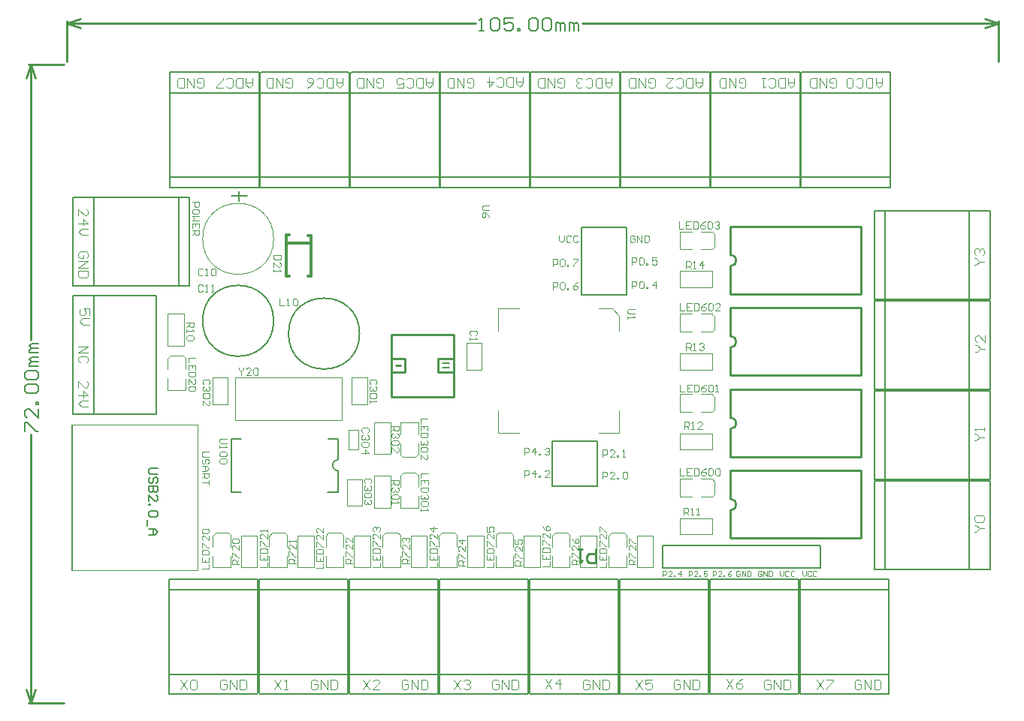
<source format=gto>
%FSLAX25Y25*%
%MOIN*%
G70*
G01*
G75*
G04 Layer_Color=65535*
%ADD10R,0.33465X0.42126*%
%ADD11R,0.12205X0.04331*%
%ADD12R,0.05906X0.03937*%
%ADD13R,0.05512X0.04724*%
%ADD14R,0.05906X0.05906*%
%ADD15R,0.01969X0.07874*%
%ADD16O,0.01969X0.07874*%
%ADD17R,0.04921X0.03543*%
%ADD18R,0.03543X0.02362*%
%ADD19R,0.03937X0.05906*%
%ADD20R,0.04724X0.05512*%
%ADD21R,0.01969X0.06890*%
%ADD22O,0.01969X0.06890*%
%ADD23O,0.06890X0.01969*%
%ADD24C,0.03937*%
%ADD25C,0.01000*%
%ADD26C,0.02362*%
%ADD27C,0.03150*%
%ADD28C,0.01969*%
%ADD29C,0.01575*%
%ADD30C,0.17716*%
%ADD31R,0.08268X0.08268*%
%ADD32C,0.08268*%
%ADD33R,0.08268X0.08268*%
%ADD34R,0.06102X0.06102*%
%ADD35C,0.06102*%
%ADD36R,0.06102X0.06102*%
%ADD37C,0.05906*%
%ADD38C,0.04724*%
%ADD39R,0.04724X0.04724*%
G04:AMPARAMS|DCode=40|XSize=98.43mil|YSize=118.11mil|CornerRadius=24.61mil|HoleSize=0mil|Usage=FLASHONLY|Rotation=90.000|XOffset=0mil|YOffset=0mil|HoleType=Round|Shape=RoundedRectangle|*
%AMROUNDEDRECTD40*
21,1,0.09843,0.06890,0,0,90.0*
21,1,0.04921,0.11811,0,0,90.0*
1,1,0.04921,0.03445,0.02461*
1,1,0.04921,0.03445,-0.02461*
1,1,0.04921,-0.03445,-0.02461*
1,1,0.04921,-0.03445,0.02461*
%
%ADD40ROUNDEDRECTD40*%
%ADD41R,0.11811X0.09843*%
%ADD42C,0.11811*%
%ADD43C,0.04724*%
%ADD44R,0.04724X0.04724*%
%ADD45C,0.06200*%
%ADD46R,0.05906X0.05906*%
%ADD47C,0.01969*%
%ADD48R,0.02362X0.05906*%
%ADD49R,0.04724X0.03937*%
%ADD50R,0.04724X0.03543*%
%ADD51R,0.05118X0.03543*%
%ADD52R,0.03543X0.04921*%
%ADD53C,0.00787*%
%ADD54C,0.00394*%
%ADD55C,0.01200*%
%ADD56C,0.00591*%
%ADD57C,0.00500*%
%ADD58C,0.00400*%
%ADD59C,0.00600*%
%ADD60C,0.00236*%
D25*
X487500Y260500D02*
G03*
X487500Y265500I0J2500D01*
G01*
Y369000D02*
G03*
X487500Y374000I0J2500D01*
G01*
Y296667D02*
G03*
X487500Y301667I0J2500D01*
G01*
Y332833D02*
G03*
X487500Y337833I0J2500D01*
G01*
X606386Y459858D02*
Y477969D01*
X193000Y459858D02*
Y477969D01*
X421686Y476968D02*
X606386D01*
X193000D02*
X374500D01*
X600386Y478968D02*
X606386Y476968D01*
X600386Y474968D02*
X606386Y476968D01*
X193000D02*
X199000Y474968D01*
X193000Y476968D02*
X199000Y478968D01*
X175858Y175000D02*
X191606D01*
X175858Y458465D02*
X191606D01*
X176858Y175000D02*
Y294039D01*
Y336226D02*
Y458465D01*
Y175000D02*
X178858Y181000D01*
X174858D02*
X176858Y175000D01*
X174858Y452465D02*
X176858Y458465D01*
X178858Y452465D01*
X357669Y321827D02*
X364559D01*
X357669D02*
Y327732D01*
X364559D01*
X342905Y321827D02*
Y327732D01*
X337000Y321827D02*
X342905D01*
X337000Y327732D02*
X342905D01*
X338968Y324780D02*
X340937D01*
X337000Y311000D02*
X364559D01*
Y338559D01*
X337000Y311000D02*
Y338559D01*
Y338559D02*
X364559Y338559D01*
X487500Y258256D02*
Y260500D01*
Y265500D02*
Y267744D01*
Y267370D02*
Y278098D01*
Y248177D02*
Y251740D01*
Y258807D01*
Y248177D02*
X545374D01*
X487500Y278098D02*
X545374Y278098D01*
Y248177D02*
Y277980D01*
X487500Y366756D02*
Y369000D01*
Y374000D02*
Y376244D01*
Y375870D02*
Y386598D01*
Y356677D02*
Y360240D01*
Y367307D01*
Y356677D02*
X545374D01*
X487500Y386598D02*
X545374Y386598D01*
Y356677D02*
Y386480D01*
X487500Y294422D02*
Y296667D01*
Y301667D02*
Y303911D01*
Y303537D02*
Y314265D01*
Y284344D02*
Y287907D01*
Y294974D01*
Y284344D02*
X545374D01*
X487500Y314265D02*
X545374Y314265D01*
Y284344D02*
Y314147D01*
X487500Y330589D02*
Y332833D01*
Y337833D02*
Y340077D01*
Y339703D02*
Y350432D01*
Y320510D02*
Y324073D01*
Y331140D01*
Y320510D02*
X545374D01*
X487500Y350432D02*
X545374Y350432D01*
Y320510D02*
Y350313D01*
X427736Y243071D02*
Y237072D01*
X424737D01*
X423737Y238072D01*
Y240071D01*
X424737Y241071D01*
X427736D01*
X421738Y243071D02*
X419738D01*
X420738D01*
Y237072D01*
X421738Y238072D01*
D53*
X322843Y339000D02*
G03*
X322843Y339000I-15748J0D01*
G01*
X284732Y344685D02*
G03*
X284732Y344685I-15748J0D01*
G01*
X313354Y283012D02*
G03*
X313354Y278012I0J-2500D01*
G01*
X518815Y445866D02*
X558185D01*
Y403740D02*
Y445866D01*
X518815Y403740D02*
X558185D01*
X518815D02*
Y445866D01*
Y408465D02*
X558185Y408465D01*
X205134Y360315D02*
Y399685D01*
X247260D01*
Y360315D02*
Y399685D01*
X205134Y360315D02*
X247260D01*
X242535D02*
Y399685D01*
X238315Y187634D02*
X277685D01*
X238315D02*
Y229760D01*
X277685D01*
Y187634D02*
Y229760D01*
X238315Y225035D02*
X277685D01*
X269394Y397827D02*
Y402315D01*
X265968Y400307D02*
X272858Y400307D01*
X478815Y445866D02*
X518185D01*
X518185Y403740D02*
X518185Y445866D01*
X478815Y403740D02*
X518185D01*
X478815D02*
X478815Y445866D01*
X478815Y408465D02*
X518185D01*
X278315Y187634D02*
X317685D01*
X278315D02*
Y229760D01*
X317685D01*
Y187634D02*
Y229760D01*
X278315Y225035D02*
X317685D01*
X438815Y445866D02*
X478185D01*
X478185Y403740D02*
X478185Y445866D01*
X438815Y403740D02*
X478185D01*
X438815D02*
X438815Y445866D01*
X438815Y408465D02*
X478185Y408465D01*
X318315Y187634D02*
X357685D01*
X318315D02*
Y229760D01*
X357685D01*
Y187634D02*
Y229760D01*
X318315Y225035D02*
X357685D01*
X358315Y187634D02*
X397685D01*
X358315D02*
Y229760D01*
X397685D01*
Y187634D02*
Y229760D01*
X358315Y225035D02*
X397685D01*
X398815Y445866D02*
X438185D01*
X438185Y403740D02*
X438185Y445866D01*
X398815Y403740D02*
X438185D01*
X398815D02*
Y445866D01*
Y408465D02*
X438185D01*
X398315Y187634D02*
X437685D01*
X398315D02*
Y229760D01*
X437685D01*
Y187634D02*
Y229760D01*
X398315Y225035D02*
X437685D01*
X358815Y445866D02*
X398185D01*
Y403740D02*
Y445866D01*
X358815Y403740D02*
X398185D01*
X358815D02*
Y445866D01*
Y408465D02*
X398185D01*
X438315Y187634D02*
X477685D01*
X438315D02*
Y229760D01*
X477685D01*
Y187634D02*
Y229760D01*
X438315Y225035D02*
X477685D01*
X205134Y303126D02*
X232693D01*
X205134Y355882D02*
X232693D01*
X205134Y303126D02*
Y355882D01*
X232693Y303126D02*
Y355882D01*
X318815Y445866D02*
X358185Y445866D01*
X358185Y403740D02*
X358185Y445866D01*
X318815Y403740D02*
X358185D01*
X318815D02*
Y445866D01*
Y408465D02*
X358185D01*
X478315Y187634D02*
X517685D01*
X478315D02*
Y229760D01*
X517685D01*
Y187634D02*
Y229760D01*
X478315Y225035D02*
X517685D01*
X278815Y445866D02*
X318185Y445866D01*
X318185Y403740D02*
X318185Y445866D01*
X278815Y403740D02*
X318185D01*
X278815D02*
Y445866D01*
Y408465D02*
X318185D01*
X518315Y187634D02*
X557685D01*
X518315D02*
Y229760D01*
X557685D01*
Y187634D02*
Y229760D01*
X518315Y225035D02*
X557685D01*
X238815Y445866D02*
X278185Y445866D01*
X278185Y403740D02*
X278185Y445866D01*
X238815Y403740D02*
X278185D01*
X238815D02*
Y445866D01*
Y408465D02*
X278185D01*
X313354Y283154D02*
Y292323D01*
X308890D02*
X313354D01*
X265992D02*
X270468D01*
X265992D02*
X265992Y268701D01*
X270311D01*
X308669D02*
X313354D01*
Y268776D02*
Y278012D01*
X593366Y273685D02*
X593366Y234315D01*
X551240D02*
X593366D01*
X551240D02*
Y273685D01*
X593366Y273685D01*
X555965Y234315D02*
Y273685D01*
X593366Y274315D02*
X593366Y313685D01*
X551240Y274315D02*
X593366D01*
X551240D02*
Y313685D01*
X593366D01*
X555965Y274315D02*
Y313685D01*
X593366Y314315D02*
X593366Y353685D01*
X551240Y314315D02*
X593366D01*
X551240D02*
Y353685D01*
X593366D01*
X555965Y314315D02*
Y353685D01*
X593366Y354315D02*
Y393685D01*
X551240Y354315D02*
X593366Y354315D01*
X551240Y354315D02*
Y393685D01*
X593366Y393685D01*
X555965Y354315D02*
X555965Y393685D01*
X238315Y178976D02*
Y187634D01*
Y178976D02*
X277252D01*
X277685Y179409D02*
Y187634D01*
X277252Y178976D02*
X277685Y179409D01*
X278315Y179488D02*
Y187634D01*
Y179488D02*
X278827Y178976D01*
X317409D01*
X317685Y179252D02*
Y187634D01*
X317409Y178976D02*
X317685Y179252D01*
X318315D02*
Y187634D01*
Y179252D02*
X318590Y178976D01*
X357685D01*
Y179095D02*
Y187634D01*
X358315Y178976D02*
Y187634D01*
Y178976D02*
X397331D01*
X397685Y179331D02*
Y187634D01*
X397331Y178976D02*
X397685Y179331D01*
X398315Y179173D02*
Y187634D01*
Y179173D02*
X398512Y178976D01*
X437685D01*
Y179173D02*
Y187634D01*
X438315Y178937D02*
Y187634D01*
Y178937D02*
X477685D01*
Y179370D02*
Y187634D01*
X478315Y178937D02*
Y187634D01*
Y178937D02*
X517410D01*
X517685Y179213D02*
Y187634D01*
X517410Y178937D02*
X517685Y179213D01*
X518315D02*
Y187634D01*
Y179213D02*
X518590Y178937D01*
X557567D01*
X557685Y179055D02*
Y187634D01*
X557567Y178937D02*
X557685Y179055D01*
X593366Y234315D02*
X602583D01*
Y273425D01*
X593366Y273685D02*
X602323D01*
X602583Y273425D01*
X593366Y274315D02*
X602291D01*
X602583Y274606D01*
Y313189D01*
X593366Y313685D02*
X602480D01*
X602583Y313583D01*
Y313189D02*
Y313583D01*
X593366Y314315D02*
X602528D01*
X602583Y314370D01*
Y353630D01*
X593366Y353685D02*
X602528D01*
X602583Y353630D01*
X593366Y354315D02*
X602370D01*
X602583Y354528D01*
Y393504D01*
X593366Y393685D02*
X602402D01*
X602583Y393504D01*
X238815Y445079D02*
Y455067D01*
X278185D01*
Y445866D02*
Y454921D01*
X278039Y455067D02*
X278185Y454921D01*
X278815Y445866D02*
Y454661D01*
X279221Y455067D01*
X317803D01*
X318185Y445866D02*
Y454685D01*
X317803Y455067D02*
X318185Y454685D01*
X318815Y445866D02*
Y454504D01*
X319378Y455067D01*
X358185D01*
Y445866D02*
Y455067D01*
X358815Y445866D02*
Y455067D01*
X398118D01*
X398185Y445866D02*
Y455000D01*
X398118Y455067D02*
X398185Y455000D01*
X398815Y445866D02*
Y455067D01*
X437882D01*
X438185Y445866D02*
Y454764D01*
X437882Y455067D02*
X438185Y454764D01*
X438815Y445866D02*
Y454819D01*
X439063Y455067D01*
X478039D01*
X478185Y445866D02*
Y454921D01*
X478039Y455067D02*
X478185Y454921D01*
X478815Y445866D02*
Y455067D01*
X518197D01*
X518185Y445866D02*
Y455055D01*
X518197Y455067D01*
X518815Y445866D02*
Y454898D01*
X518984Y455067D01*
X558185D01*
Y445866D02*
Y455067D01*
X195535Y303126D02*
X205134D01*
X195709Y355882D02*
X205134D01*
X195535Y355709D02*
X195709Y355882D01*
X195638Y360315D02*
X205134D01*
X195535Y303126D02*
Y355882D01*
X195638Y399685D02*
X205134D01*
X195638Y360315D02*
Y399685D01*
X428386Y271220D02*
Y291220D01*
X408386D02*
X428386D01*
X408386Y271220D02*
X428386D01*
X408386D02*
Y291220D01*
X421378Y375269D02*
X421378Y356102D01*
X421378Y386102D02*
X421378Y356102D01*
X441378D02*
Y386102D01*
X421378D02*
X441378D01*
X421378Y356102D02*
X441378D01*
X457441Y234764D02*
X527441D01*
Y244764D01*
X457441D02*
X527441D01*
X457441Y234764D02*
Y244764D01*
D54*
X284748Y381091D02*
G03*
X284748Y381091I-15748J0D01*
G01*
X265575Y235063D02*
Y240260D01*
X257701Y235063D02*
Y240307D01*
Y235063D02*
X265575D01*
X257701Y244291D02*
Y249236D01*
X265575Y244280D02*
Y249429D01*
X264547Y250468D02*
X265567Y249449D01*
X258953Y250468D02*
X264547D01*
X257772Y249287D02*
X258953Y250468D01*
X277493Y235063D02*
Y249197D01*
X270249Y235063D02*
X277493D01*
X270249D02*
Y249197D01*
X277493D01*
X290671Y235063D02*
Y240260D01*
X282797Y235063D02*
Y240307D01*
Y235063D02*
X290671D01*
X282797Y244291D02*
Y249236D01*
X290671Y244280D02*
Y249429D01*
X289643Y250468D02*
X290663Y249449D01*
X284049Y250468D02*
X289643D01*
X282868Y249287D02*
X284049Y250468D01*
X302589Y235063D02*
Y249197D01*
X295345Y235063D02*
X302589D01*
X295345D02*
Y249197D01*
X302589D01*
X315767Y235063D02*
Y240260D01*
X307893Y235063D02*
Y240307D01*
Y235063D02*
X315767D01*
X307893Y244291D02*
Y249236D01*
X315767Y244280D02*
Y249429D01*
X314739Y250468D02*
X315759Y249449D01*
X309145Y250468D02*
X314739D01*
X307964Y249287D02*
X309145Y250468D01*
X327685Y235063D02*
Y249197D01*
X320441Y235063D02*
X327685D01*
X320441D02*
Y249197D01*
X327685D01*
X340863Y235063D02*
Y240260D01*
X332989Y235063D02*
Y240307D01*
Y235063D02*
X340863D01*
X332989Y244291D02*
Y249236D01*
X340863Y244280D02*
Y249429D01*
X339835Y250468D02*
X340855Y249449D01*
X334241Y250468D02*
X339835D01*
X333060Y249287D02*
X334241Y250468D01*
X352781Y235063D02*
Y249197D01*
X345537Y235063D02*
X352781D01*
X345537D02*
Y249197D01*
X352781D01*
X365959Y235063D02*
Y240260D01*
X358085Y235063D02*
Y240307D01*
Y235063D02*
X365959D01*
X358085Y244291D02*
Y249236D01*
X365959Y244280D02*
Y249429D01*
X364932Y250468D02*
X365951Y249449D01*
X359337Y250468D02*
X364932D01*
X358156Y249287D02*
X359337Y250468D01*
X377877Y235063D02*
Y249197D01*
X370633Y235063D02*
X377877D01*
X370633D02*
Y249197D01*
X377877D01*
X391055Y235063D02*
Y240260D01*
X383181Y235063D02*
Y240307D01*
Y235063D02*
X391055D01*
X383181Y244291D02*
Y249236D01*
X391055Y244280D02*
Y249429D01*
X390027Y250468D02*
X391047Y249449D01*
X384433Y250468D02*
X390027D01*
X383252Y249287D02*
X384433Y250468D01*
X402973Y235063D02*
Y249197D01*
X395729Y235063D02*
X402973D01*
X395729D02*
Y249197D01*
X402973D01*
X416151Y235063D02*
Y240260D01*
X408277Y235063D02*
Y240307D01*
Y235063D02*
X416151D01*
X408277Y244291D02*
Y249236D01*
X416151Y244280D02*
Y249429D01*
X415124Y250468D02*
X416143Y249449D01*
X409529Y250468D02*
X415124D01*
X408348Y249287D02*
X409529Y250468D01*
X428069Y235063D02*
Y249197D01*
X420825Y235063D02*
X428069D01*
X420825D02*
Y249197D01*
X428069D01*
X245677Y313819D02*
Y319016D01*
X237803Y313819D02*
Y319063D01*
Y313819D02*
X245677D01*
X237803Y323047D02*
Y327992D01*
X245677Y323035D02*
Y328185D01*
X244650Y329224D02*
X245669Y328205D01*
X239055Y329224D02*
X244650D01*
X237874Y328043D02*
X239055Y329224D01*
X441247Y235063D02*
Y240260D01*
X433373Y235063D02*
Y240307D01*
Y235063D02*
X441247D01*
X433373Y244291D02*
Y249236D01*
X441247Y244280D02*
Y249429D01*
X440220Y250468D02*
X441239Y249449D01*
X434625Y250468D02*
X440220D01*
X433444Y249287D02*
X434625Y250468D01*
X453165Y235063D02*
Y249197D01*
X445921Y235063D02*
X453165D01*
X445921D02*
Y249197D01*
X453165D01*
X237803Y347835D02*
X237803Y333701D01*
X237803Y347835D02*
X245047D01*
X245047Y333701D02*
X245047Y347835D01*
X237803Y333701D02*
X245047D01*
X348843Y261693D02*
Y266890D01*
X340968Y261693D02*
Y266937D01*
Y261693D02*
X348843D01*
X340968Y270921D02*
Y275866D01*
X348843Y270909D02*
Y276059D01*
X347815Y277098D02*
X348835Y276079D01*
X342220Y277098D02*
X347815D01*
X341039Y275917D02*
X342220Y277098D01*
X329283Y275756D02*
X329283Y261622D01*
X329283Y275756D02*
X336528D01*
X336528Y261622D02*
X336528Y275756D01*
X329283Y261622D02*
X336528D01*
X340968Y294323D02*
Y299520D01*
X348843Y294276D02*
Y299520D01*
X340968D02*
X348843D01*
Y285347D02*
Y290291D01*
X340968Y285154D02*
Y290303D01*
X340976Y285134D02*
X341996Y284114D01*
X347591D01*
X348772Y285295D01*
X336528Y299590D02*
X336528Y285457D01*
X329283D02*
X336528D01*
X329283D02*
X329283Y299590D01*
X336528D01*
X317252Y262441D02*
Y274291D01*
X323984Y262441D02*
Y274291D01*
X317252Y262441D02*
X323984D01*
X317252Y274291D02*
X323984D01*
X317961Y296102D02*
X322410D01*
Y287402D02*
Y296102D01*
X317961Y287402D02*
X322410D01*
X317961D02*
Y296102D01*
X267646Y300590D02*
X314890D01*
X267646D02*
Y319488D01*
X314890D01*
Y300590D02*
Y319488D01*
X326228Y307598D02*
Y319449D01*
X319496Y319449D02*
X319496Y307598D01*
X319496Y319449D02*
X326228Y319449D01*
X319496Y307598D02*
X326228D01*
X465055Y266584D02*
X470252D01*
X465055Y274458D02*
X470299D01*
X465055Y266584D02*
Y274458D01*
X474284D02*
X479228D01*
X474272Y266584D02*
X479421D01*
X479441Y266592D02*
X480461Y267611D01*
Y273206D01*
X479280Y274387D02*
X480461Y273206D01*
X264417Y307598D02*
Y319449D01*
X257685Y319449D02*
X257685Y307598D01*
X257685Y319449D02*
X264417Y319449D01*
X257685Y307598D02*
X264417Y307598D01*
X465055Y249772D02*
X479189D01*
X465055D02*
Y257016D01*
X479189D01*
Y249772D02*
Y257016D01*
X465055Y376457D02*
X470252D01*
X465055Y384331D02*
X470299D01*
X465055Y376457D02*
Y384331D01*
X474284D02*
X479228D01*
X474272Y376457D02*
X479421D01*
X479441Y376465D02*
X480461Y377484D01*
Y383079D01*
X479280Y384260D02*
X480461Y383079D01*
X465055Y304208D02*
X470252D01*
X465055Y312082D02*
X470299D01*
X465055Y304208D02*
Y312082D01*
X474284D02*
X479228D01*
X474272Y304208D02*
X479421D01*
X479441Y304216D02*
X480461Y305236D01*
Y310830D01*
X479280Y312011D02*
X480461Y310830D01*
X465055Y339832D02*
X470252D01*
X465055Y347706D02*
X470299D01*
X465055Y339832D02*
Y347706D01*
X474284D02*
X479228D01*
X474272Y339832D02*
X479421D01*
X479441Y339840D02*
X480461Y340860D01*
Y346454D01*
X479280Y347636D02*
X480461Y346454D01*
X465055Y359645D02*
X479189D01*
X465055D02*
Y366889D01*
X479189D01*
Y359645D02*
Y366889D01*
X465055Y287396D02*
X479189D01*
X465055D02*
Y294640D01*
X479189D01*
Y287396D02*
Y294640D01*
X465055Y323020D02*
X479189D01*
X465055D02*
Y330264D01*
X479189D01*
Y323020D02*
Y330264D01*
X428968Y350248D02*
X434874Y350248D01*
X384382D02*
X393535D01*
X384382Y340307D02*
Y350248D01*
Y294933D02*
Y304874D01*
Y294933D02*
X393535D01*
X428968D02*
X438122D01*
Y304874D01*
Y340307D02*
Y347000D01*
X434874Y350248D02*
X438122Y347000D01*
X377016Y322953D02*
Y334803D01*
X370284Y322953D02*
Y334803D01*
X377016D01*
X370284Y322953D02*
X377016D01*
X269378Y323818D02*
Y323293D01*
X270427Y322244D01*
X271477Y323293D01*
Y323818D01*
X270427Y322244D02*
Y320669D01*
X274626D02*
X272527D01*
X274626Y322768D01*
Y323293D01*
X274101Y323818D01*
X273051D01*
X272527Y323293D01*
X275675D02*
X276200Y323818D01*
X277249D01*
X277774Y323293D01*
Y321194D01*
X277249Y320669D01*
X276200D01*
X275675Y321194D01*
Y323293D01*
X595757Y369488D02*
X596479D01*
X597922Y370931D01*
X596479Y372374D01*
X595757D01*
X597922Y370931D02*
X600087D01*
X596479Y373817D02*
X595757Y374539D01*
Y375982D01*
X596479Y376704D01*
X597200D01*
X597922Y375982D01*
Y375261D01*
Y375982D01*
X598643Y376704D01*
X599365D01*
X600087Y375982D01*
Y374539D01*
X599365Y373817D01*
X596151Y330906D02*
X596873D01*
X598316Y332349D01*
X596873Y333792D01*
X596151D01*
X598316Y332349D02*
X600480D01*
Y338121D02*
Y335235D01*
X597594Y338121D01*
X596873D01*
X596151Y337400D01*
Y335956D01*
X596873Y335235D01*
X595757Y291535D02*
X596479D01*
X597922Y292979D01*
X596479Y294422D01*
X595757D01*
X597922Y292979D02*
X600087D01*
Y295865D02*
Y297308D01*
Y296586D01*
X595757D01*
X596479Y295865D01*
X595757Y250984D02*
X596479D01*
X597922Y252427D01*
X596479Y253871D01*
X595757D01*
X597922Y252427D02*
X600087D01*
X596479Y255314D02*
X595757Y256035D01*
Y257478D01*
X596479Y258200D01*
X599365D01*
X600087Y257478D01*
Y256035D01*
X599365Y255314D01*
X596479D01*
X525677Y185235D02*
X528563Y180905D01*
Y185235D02*
X525677Y180905D01*
X530007Y185235D02*
X532893D01*
Y184513D01*
X530007Y181627D01*
Y180905D01*
X485520Y185628D02*
X488406Y181299D01*
Y185628D02*
X485520Y181299D01*
X492735Y185628D02*
X491292Y184907D01*
X489849Y183464D01*
Y182021D01*
X490571Y181299D01*
X492014D01*
X492735Y182021D01*
Y182742D01*
X492014Y183464D01*
X489849D01*
X445362Y185235D02*
X448248Y180905D01*
Y185235D02*
X445362Y180905D01*
X452578Y185235D02*
X449691D01*
Y183070D01*
X451135Y183792D01*
X451856D01*
X452578Y183070D01*
Y181627D01*
X451856Y180905D01*
X450413D01*
X449691Y181627D01*
X405205Y185628D02*
X408091Y181299D01*
Y185628D02*
X405205Y181299D01*
X411699D02*
Y185628D01*
X409534Y183464D01*
X412420D01*
X364653Y185235D02*
X367540Y180905D01*
Y185235D02*
X364653Y180905D01*
X368983Y184513D02*
X369704Y185235D01*
X371147D01*
X371869Y184513D01*
Y183792D01*
X371147Y183070D01*
X370426D01*
X371147D01*
X371869Y182349D01*
Y181627D01*
X371147Y180905D01*
X369704D01*
X368983Y181627D01*
X324496Y185235D02*
X327382Y180905D01*
Y185235D02*
X324496Y180905D01*
X331712D02*
X328825D01*
X331712Y183792D01*
Y184513D01*
X330990Y185235D01*
X329547D01*
X328825Y184513D01*
X285126Y185235D02*
X288012Y180905D01*
Y185235D02*
X285126Y180905D01*
X289455D02*
X290898D01*
X290177D01*
Y185235D01*
X289455Y184513D01*
X243394Y185235D02*
X246280Y180905D01*
Y185235D02*
X243394Y180905D01*
X247723Y184513D02*
X248445Y185235D01*
X249888D01*
X250609Y184513D01*
Y181627D01*
X249888Y180905D01*
X248445D01*
X247723Y181627D01*
Y184513D01*
X255991Y286417D02*
X253367D01*
X252842Y285893D01*
Y284843D01*
X253367Y284318D01*
X255991D01*
X255466Y281170D02*
X255991Y281694D01*
Y282744D01*
X255466Y283269D01*
X254942D01*
X254417Y282744D01*
Y281694D01*
X253892Y281170D01*
X253367D01*
X252842Y281694D01*
Y282744D01*
X253367Y283269D01*
X252842Y280120D02*
X254942D01*
X255991Y279071D01*
X254942Y278021D01*
X252842D01*
X254417D01*
Y280120D01*
X252842Y276972D02*
X255991D01*
Y275397D01*
X255466Y274872D01*
X254417D01*
X253892Y275397D01*
Y276972D01*
Y275922D02*
X252842Y274872D01*
X255991Y273823D02*
Y271724D01*
Y272773D01*
X252842D01*
X263865Y292323D02*
X261241D01*
X260717Y291798D01*
Y290749D01*
X261241Y290224D01*
X263865D01*
X260717Y289174D02*
Y288125D01*
Y288650D01*
X263865D01*
X263340Y289174D01*
Y286550D02*
X263865Y286026D01*
Y284976D01*
X263340Y284451D01*
X261241D01*
X260717Y284976D01*
Y286026D01*
X261241Y286550D01*
X263340D01*
Y283402D02*
X263865Y282877D01*
Y281827D01*
X263340Y281303D01*
X261241D01*
X260717Y281827D01*
Y282877D01*
X261241Y283402D01*
X263340D01*
X380401Y395866D02*
X377777D01*
X377252Y395341D01*
Y394292D01*
X377777Y393767D01*
X380401D01*
Y390618D02*
X379876Y391668D01*
X378826Y392718D01*
X377777D01*
X377252Y392193D01*
Y391143D01*
X377777Y390618D01*
X378302D01*
X378826Y391143D01*
Y392718D01*
X444899Y349850D02*
X442275D01*
X441750Y349325D01*
Y348276D01*
X442275Y347751D01*
X444899D01*
X441750Y346701D02*
Y345652D01*
Y346177D01*
X444899D01*
X444374Y346701D01*
X445362Y236417D02*
X442214D01*
Y237992D01*
X442738Y238516D01*
X443788D01*
X444313Y237992D01*
Y236417D01*
Y237467D02*
X445362Y238516D01*
X442214Y239566D02*
Y241665D01*
X442738D01*
X444837Y239566D01*
X445362D01*
Y244814D02*
Y242715D01*
X443263Y244814D01*
X442738D01*
X442214Y244289D01*
Y243239D01*
X442738Y242715D01*
X442214Y245863D02*
Y247962D01*
X442738D01*
X444837Y245863D01*
X445362D01*
X420165Y236417D02*
X417017D01*
Y237992D01*
X417542Y238516D01*
X418591D01*
X419116Y237992D01*
Y236417D01*
Y237467D02*
X420165Y238516D01*
X417017Y239566D02*
Y241665D01*
X417542D01*
X419641Y239566D01*
X420165D01*
Y244814D02*
Y242715D01*
X418066Y244814D01*
X417542D01*
X417017Y244289D01*
Y243239D01*
X417542Y242715D01*
X417017Y247962D02*
X417542Y246913D01*
X418591Y245863D01*
X419641D01*
X420165Y246388D01*
Y247437D01*
X419641Y247962D01*
X419116D01*
X418591Y247437D01*
Y245863D01*
X394969Y236024D02*
X391820D01*
Y237598D01*
X392345Y238123D01*
X393394D01*
X393919Y237598D01*
Y236024D01*
Y237073D02*
X394969Y238123D01*
X391820Y239172D02*
Y241271D01*
X392345D01*
X394444Y239172D01*
X394969D01*
Y244420D02*
Y242321D01*
X392869Y244420D01*
X392345D01*
X391820Y243895D01*
Y242846D01*
X392345Y242321D01*
X391820Y247568D02*
Y245469D01*
X393394D01*
X392869Y246519D01*
Y247044D01*
X393394Y247568D01*
X394444D01*
X394969Y247044D01*
Y245994D01*
X394444Y245469D01*
X369772Y236024D02*
X366623D01*
Y237598D01*
X367148Y238123D01*
X368197D01*
X368722Y237598D01*
Y236024D01*
Y237073D02*
X369772Y238123D01*
X366623Y239172D02*
Y241271D01*
X367148D01*
X369247Y239172D01*
X369772D01*
Y244420D02*
Y242321D01*
X367673Y244420D01*
X367148D01*
X366623Y243895D01*
Y242846D01*
X367148Y242321D01*
X369772Y247044D02*
X366623D01*
X368197Y245469D01*
Y247568D01*
X344969Y236811D02*
X341820D01*
Y238385D01*
X342345Y238910D01*
X343394D01*
X343919Y238385D01*
Y236811D01*
Y237861D02*
X344969Y238910D01*
X341820Y239960D02*
Y242059D01*
X342345D01*
X344444Y239960D01*
X344969D01*
Y245207D02*
Y243108D01*
X342869Y245207D01*
X342345D01*
X341820Y244683D01*
Y243633D01*
X342345Y243108D01*
Y246257D02*
X341820Y246782D01*
Y247831D01*
X342345Y248356D01*
X342869D01*
X343394Y247831D01*
Y247306D01*
Y247831D01*
X343919Y248356D01*
X344444D01*
X344969Y247831D01*
Y246782D01*
X344444Y246257D01*
X319772Y236811D02*
X316623D01*
Y238385D01*
X317148Y238910D01*
X318197D01*
X318722Y238385D01*
Y236811D01*
Y237861D02*
X319772Y238910D01*
X316623Y239960D02*
Y242059D01*
X317148D01*
X319247Y239960D01*
X319772D01*
Y245207D02*
Y243108D01*
X317673Y245207D01*
X317148D01*
X316623Y244683D01*
Y243633D01*
X317148Y243108D01*
X319772Y248356D02*
Y246257D01*
X317673Y248356D01*
X317148D01*
X316623Y247831D01*
Y246782D01*
X317148Y246257D01*
X294575Y236811D02*
X291426D01*
Y238385D01*
X291951Y238910D01*
X293001D01*
X293525Y238385D01*
Y236811D01*
Y237861D02*
X294575Y238910D01*
X291426Y239960D02*
Y242059D01*
X291951D01*
X294050Y239960D01*
X294575D01*
Y245207D02*
Y243108D01*
X292476Y245207D01*
X291951D01*
X291426Y244683D01*
Y243633D01*
X291951Y243108D01*
X294575Y246257D02*
Y247306D01*
Y246782D01*
X291426D01*
X291951Y246257D01*
X269378Y236417D02*
X266229D01*
Y237992D01*
X266754Y238516D01*
X267804D01*
X268328Y237992D01*
Y236417D01*
Y237467D02*
X269378Y238516D01*
X266229Y239566D02*
Y241665D01*
X266754D01*
X268853Y239566D01*
X269378D01*
Y244814D02*
Y242715D01*
X267279Y244814D01*
X266754D01*
X266229Y244289D01*
Y243239D01*
X266754Y242715D01*
Y245863D02*
X266229Y246388D01*
Y247437D01*
X266754Y247962D01*
X268853D01*
X269378Y247437D01*
Y246388D01*
X268853Y245863D01*
X266754D01*
X337094Y297835D02*
X340243D01*
Y296260D01*
X339718Y295736D01*
X338669D01*
X338144Y296260D01*
Y297835D01*
Y296785D02*
X337094Y295736D01*
X339718Y294686D02*
X340243Y294161D01*
Y293112D01*
X339718Y292587D01*
X339194D01*
X338669Y293112D01*
Y293636D01*
Y293112D01*
X338144Y292587D01*
X337619D01*
X337094Y293112D01*
Y294161D01*
X337619Y294686D01*
X339718Y291537D02*
X340243Y291013D01*
Y289963D01*
X339718Y289438D01*
X337619D01*
X337094Y289963D01*
Y291013D01*
X337619Y291537D01*
X339718D01*
X337094Y286290D02*
Y288389D01*
X339194Y286290D01*
X339718D01*
X340243Y286815D01*
Y287864D01*
X339718Y288389D01*
X337094Y273819D02*
X340243D01*
Y272245D01*
X339718Y271720D01*
X338669D01*
X338144Y272245D01*
Y273819D01*
Y272769D02*
X337094Y271720D01*
X339718Y270670D02*
X340243Y270146D01*
Y269096D01*
X339718Y268571D01*
X339194D01*
X338669Y269096D01*
Y269621D01*
Y269096D01*
X338144Y268571D01*
X337619D01*
X337094Y269096D01*
Y270146D01*
X337619Y270670D01*
X339718Y267522D02*
X340243Y266997D01*
Y265947D01*
X339718Y265423D01*
X337619D01*
X337094Y265947D01*
Y266997D01*
X337619Y267522D01*
X339718D01*
X337094Y264373D02*
Y263324D01*
Y263848D01*
X340243D01*
X339718Y264373D01*
X467803Y367913D02*
Y371062D01*
X469378D01*
X469902Y370537D01*
Y369488D01*
X469378Y368963D01*
X467803D01*
X468853D02*
X469902Y367913D01*
X470952D02*
X472001D01*
X471477D01*
Y371062D01*
X470952Y370537D01*
X475150Y367913D02*
Y371062D01*
X473576Y369488D01*
X475675D01*
X467803Y331693D02*
Y334841D01*
X469378D01*
X469902Y334317D01*
Y333267D01*
X469378Y332742D01*
X467803D01*
X468853D02*
X469902Y331693D01*
X470952D02*
X472001D01*
X471477D01*
Y334841D01*
X470952Y334317D01*
X473576D02*
X474100Y334841D01*
X475150D01*
X475675Y334317D01*
Y333792D01*
X475150Y333267D01*
X474625D01*
X475150D01*
X475675Y332742D01*
Y332218D01*
X475150Y331693D01*
X474100D01*
X473576Y332218D01*
X467016Y296654D02*
Y299802D01*
X468590D01*
X469115Y299277D01*
Y298228D01*
X468590Y297703D01*
X467016D01*
X468065D02*
X469115Y296654D01*
X470164D02*
X471214D01*
X470689D01*
Y299802D01*
X470164Y299277D01*
X474887Y296654D02*
X472788D01*
X474887Y298753D01*
Y299277D01*
X474363Y299802D01*
X473313D01*
X472788Y299277D01*
X466705Y258394D02*
Y261542D01*
X468279D01*
X468804Y261017D01*
Y259968D01*
X468279Y259443D01*
X466705D01*
X467754D02*
X468804Y258394D01*
X469853D02*
X470903D01*
X470378D01*
Y261542D01*
X469853Y261017D01*
X472477Y258394D02*
X473527D01*
X473002D01*
Y261542D01*
X472477Y261017D01*
X246150Y343898D02*
X249298D01*
Y342323D01*
X248773Y341799D01*
X247724D01*
X247199Y342323D01*
Y343898D01*
Y342848D02*
X246150Y341799D01*
Y340749D02*
Y339700D01*
Y340224D01*
X249298D01*
X248773Y340749D01*
Y338125D02*
X249298Y337600D01*
Y336551D01*
X248773Y336026D01*
X246674D01*
X246150Y336551D01*
Y337600D01*
X246674Y338125D01*
X248773D01*
X248512Y397441D02*
X251660D01*
Y395867D01*
X251136Y395342D01*
X250086D01*
X249561Y395867D01*
Y397441D01*
X251660Y392718D02*
Y393768D01*
X251136Y394292D01*
X249037D01*
X248512Y393768D01*
Y392718D01*
X249037Y392193D01*
X251136D01*
X251660Y392718D01*
Y391144D02*
X248512D01*
X249561Y390094D01*
X248512Y389045D01*
X251660D01*
Y385896D02*
Y387995D01*
X248512D01*
Y385896D01*
X250086Y387995D02*
Y386946D01*
X248512Y384847D02*
X251660D01*
Y383272D01*
X251136Y382748D01*
X250086D01*
X249561Y383272D01*
Y384847D01*
Y383797D02*
X248512Y382748D01*
X429221Y235236D02*
X432370D01*
Y237335D01*
X429221Y240484D02*
Y238385D01*
X432370D01*
Y240484D01*
X430796Y238385D02*
Y239434D01*
X429221Y241533D02*
X432370D01*
Y243108D01*
X431845Y243633D01*
X429746D01*
X429221Y243108D01*
Y241533D01*
Y244682D02*
Y246781D01*
X429746D01*
X431845Y244682D01*
X432370D01*
Y249930D02*
Y247831D01*
X430271Y249930D01*
X429746D01*
X429221Y249405D01*
Y248355D01*
X429746Y247831D01*
X429221Y250979D02*
Y253078D01*
X429746D01*
X431845Y250979D01*
X432370D01*
X404025Y235630D02*
X407173D01*
Y237729D01*
X404025Y240878D02*
Y238778D01*
X407173D01*
Y240878D01*
X405599Y238778D02*
Y239828D01*
X404025Y241927D02*
X407173D01*
Y243501D01*
X406648Y244026D01*
X404549D01*
X404025Y243501D01*
Y241927D01*
Y245076D02*
Y247175D01*
X404549D01*
X406648Y245076D01*
X407173D01*
Y250323D02*
Y248224D01*
X405074Y250323D01*
X404549D01*
X404025Y249799D01*
Y248749D01*
X404549Y248224D01*
X404025Y253472D02*
X404549Y252422D01*
X405599Y251373D01*
X406648D01*
X407173Y251898D01*
Y252947D01*
X406648Y253472D01*
X406124D01*
X405599Y252947D01*
Y251373D01*
X379222Y235236D02*
X382370D01*
Y237335D01*
X379222Y240484D02*
Y238385D01*
X382370D01*
Y240484D01*
X380796Y238385D02*
Y239434D01*
X379222Y241533D02*
X382370D01*
Y243108D01*
X381845Y243633D01*
X379746D01*
X379222Y243108D01*
Y241533D01*
Y244682D02*
Y246781D01*
X379746D01*
X381845Y244682D01*
X382370D01*
Y249930D02*
Y247831D01*
X380271Y249930D01*
X379746D01*
X379222Y249405D01*
Y248355D01*
X379746Y247831D01*
X379222Y253078D02*
Y250979D01*
X380796D01*
X380271Y252029D01*
Y252554D01*
X380796Y253078D01*
X381845D01*
X382370Y252554D01*
Y251504D01*
X381845Y250979D01*
X354025Y235236D02*
X357173D01*
Y237335D01*
X354025Y240484D02*
Y238385D01*
X357173D01*
Y240484D01*
X355599Y238385D02*
Y239434D01*
X354025Y241533D02*
X357173D01*
Y243108D01*
X356648Y243633D01*
X354549D01*
X354025Y243108D01*
Y241533D01*
Y244682D02*
Y246781D01*
X354549D01*
X356648Y244682D01*
X357173D01*
Y249930D02*
Y247831D01*
X355074Y249930D01*
X354549D01*
X354025Y249405D01*
Y248355D01*
X354549Y247831D01*
X357173Y252554D02*
X354025D01*
X355599Y250979D01*
Y253078D01*
X328828Y235236D02*
X331976D01*
Y237335D01*
X328828Y240484D02*
Y238385D01*
X331976D01*
Y240484D01*
X330402Y238385D02*
Y239434D01*
X328828Y241533D02*
X331976D01*
Y243108D01*
X331452Y243633D01*
X329353D01*
X328828Y243108D01*
Y241533D01*
Y244682D02*
Y246781D01*
X329353D01*
X331452Y244682D01*
X331976D01*
Y249930D02*
Y247831D01*
X329877Y249930D01*
X329353D01*
X328828Y249405D01*
Y248355D01*
X329353Y247831D01*
Y250979D02*
X328828Y251504D01*
Y252554D01*
X329353Y253078D01*
X329877D01*
X330402Y252554D01*
Y252029D01*
Y252554D01*
X330927Y253078D01*
X331452D01*
X331976Y252554D01*
Y251504D01*
X331452Y250979D01*
X303631Y234842D02*
X306780D01*
Y236942D01*
X303631Y240090D02*
Y237991D01*
X306780D01*
Y240090D01*
X305205Y237991D02*
Y239041D01*
X303631Y241140D02*
X306780D01*
Y242714D01*
X306255Y243239D01*
X304156D01*
X303631Y242714D01*
Y241140D01*
Y244288D02*
Y246387D01*
X304156D01*
X306255Y244288D01*
X306780D01*
Y249536D02*
Y247437D01*
X304680Y249536D01*
X304156D01*
X303631Y249011D01*
Y247962D01*
X304156Y247437D01*
X306780Y252684D02*
Y250586D01*
X304680Y252684D01*
X304156D01*
X303631Y252160D01*
Y251110D01*
X304156Y250586D01*
X278828Y235236D02*
X281976D01*
Y237335D01*
X278828Y240484D02*
Y238385D01*
X281976D01*
Y240484D01*
X280402Y238385D02*
Y239434D01*
X278828Y241533D02*
X281976D01*
Y243108D01*
X281452Y243633D01*
X279353D01*
X278828Y243108D01*
Y241533D01*
Y244682D02*
Y246781D01*
X279353D01*
X281452Y244682D01*
X281976D01*
Y249930D02*
Y247831D01*
X279877Y249930D01*
X279353D01*
X278828Y249405D01*
Y248355D01*
X279353Y247831D01*
X281976Y250979D02*
Y252029D01*
Y251504D01*
X278828D01*
X279353Y250979D01*
X252843Y234449D02*
X255992D01*
Y236548D01*
X252843Y239697D02*
Y237597D01*
X255992D01*
Y239697D01*
X254418Y237597D02*
Y238647D01*
X252843Y240746D02*
X255992D01*
Y242320D01*
X255467Y242845D01*
X253368D01*
X252843Y242320D01*
Y240746D01*
Y243895D02*
Y245994D01*
X253368D01*
X255467Y243895D01*
X255992D01*
Y249142D02*
Y247043D01*
X253893Y249142D01*
X253368D01*
X252843Y248618D01*
Y247568D01*
X253368Y247043D01*
Y250192D02*
X252843Y250716D01*
Y251766D01*
X253368Y252291D01*
X255467D01*
X255992Y251766D01*
Y250716D01*
X255467Y250192D01*
X253368D01*
X464653Y388778D02*
Y385630D01*
X466753D01*
X469901Y388778D02*
X467802D01*
Y385630D01*
X469901D01*
X467802Y387204D02*
X468852D01*
X470951Y388778D02*
Y385630D01*
X472525D01*
X473050Y386155D01*
Y388254D01*
X472525Y388778D01*
X470951D01*
X476198D02*
X475149Y388254D01*
X474099Y387204D01*
Y386155D01*
X474624Y385630D01*
X475674D01*
X476198Y386155D01*
Y386679D01*
X475674Y387204D01*
X474099D01*
X477248Y388254D02*
X477773Y388778D01*
X478822D01*
X479347Y388254D01*
Y386155D01*
X478822Y385630D01*
X477773D01*
X477248Y386155D01*
Y388254D01*
X480397D02*
X480921Y388778D01*
X481971D01*
X482496Y388254D01*
Y387729D01*
X481971Y387204D01*
X481446D01*
X481971D01*
X482496Y386679D01*
Y386155D01*
X481971Y385630D01*
X480921D01*
X480397Y386155D01*
X464968Y352418D02*
Y349269D01*
X467068D01*
X470216Y352418D02*
X468117D01*
Y349269D01*
X470216D01*
X468117Y350844D02*
X469167D01*
X471266Y352418D02*
Y349269D01*
X472840D01*
X473365Y349794D01*
Y351893D01*
X472840Y352418D01*
X471266D01*
X476513D02*
X475464Y351893D01*
X474414Y350844D01*
Y349794D01*
X474939Y349269D01*
X475989D01*
X476513Y349794D01*
Y350319D01*
X475989Y350844D01*
X474414D01*
X477563Y351893D02*
X478088Y352418D01*
X479137D01*
X479662Y351893D01*
Y349794D01*
X479137Y349269D01*
X478088D01*
X477563Y349794D01*
Y351893D01*
X482810Y349269D02*
X480712D01*
X482810Y351368D01*
Y351893D01*
X482286Y352418D01*
X481236D01*
X480712Y351893D01*
X465047Y316338D02*
Y313189D01*
X467146D01*
X470295Y316338D02*
X468196D01*
Y313189D01*
X470295D01*
X468196Y314763D02*
X469245D01*
X471344Y316338D02*
Y313189D01*
X472919D01*
X473444Y313714D01*
Y315813D01*
X472919Y316338D01*
X471344D01*
X476592D02*
X475542Y315813D01*
X474493Y314763D01*
Y313714D01*
X475018Y313189D01*
X476067D01*
X476592Y313714D01*
Y314239D01*
X476067Y314763D01*
X474493D01*
X477642Y315813D02*
X478166Y316338D01*
X479216D01*
X479741Y315813D01*
Y313714D01*
X479216Y313189D01*
X478166D01*
X477642Y313714D01*
Y315813D01*
X480790Y313189D02*
X481840D01*
X481315D01*
Y316338D01*
X480790Y315813D01*
X464968Y279169D02*
Y276021D01*
X467068D01*
X470216Y279169D02*
X468117D01*
Y276021D01*
X470216D01*
X468117Y277595D02*
X469167D01*
X471266Y279169D02*
Y276021D01*
X472840D01*
X473365Y276546D01*
Y278645D01*
X472840Y279169D01*
X471266D01*
X476513D02*
X475464Y278645D01*
X474414Y277595D01*
Y276546D01*
X474939Y276021D01*
X475989D01*
X476513Y276546D01*
Y277070D01*
X475989Y277595D01*
X474414D01*
X477563Y278645D02*
X478088Y279169D01*
X479137D01*
X479662Y278645D01*
Y276546D01*
X479137Y276021D01*
X478088D01*
X477563Y276546D01*
Y278645D01*
X480712D02*
X481236Y279169D01*
X482286D01*
X482810Y278645D01*
Y276546D01*
X482286Y276021D01*
X481236D01*
X480712Y276546D01*
Y278645D01*
X353054Y301106D02*
X349905D01*
Y299007D01*
X353054Y295859D02*
Y297958D01*
X349905D01*
Y295859D01*
X351480Y297958D02*
Y296908D01*
X353054Y294809D02*
X349905D01*
Y293235D01*
X350430Y292710D01*
X352529D01*
X353054Y293235D01*
Y294809D01*
X352529Y291660D02*
X353054Y291136D01*
Y290086D01*
X352529Y289562D01*
X352005D01*
X351480Y290086D01*
Y290611D01*
Y290086D01*
X350955Y289562D01*
X350430D01*
X349905Y290086D01*
Y291136D01*
X350430Y291660D01*
X352529Y288512D02*
X353054Y287987D01*
Y286938D01*
X352529Y286413D01*
X350430D01*
X349905Y286938D01*
Y287987D01*
X350430Y288512D01*
X352529D01*
X349905Y283264D02*
Y285363D01*
X352005Y283264D01*
X352529D01*
X353054Y283789D01*
Y284839D01*
X352529Y285363D01*
X353235Y276969D02*
X350087D01*
Y274869D01*
X353235Y271721D02*
Y273820D01*
X350087D01*
Y271721D01*
X351661Y273820D02*
Y272770D01*
X353235Y270671D02*
X350087D01*
Y269097D01*
X350611Y268572D01*
X352710D01*
X353235Y269097D01*
Y270671D01*
X352710Y267523D02*
X353235Y266998D01*
Y265948D01*
X352710Y265424D01*
X352186D01*
X351661Y265948D01*
Y266473D01*
Y265948D01*
X351136Y265424D01*
X350611D01*
X350087Y265948D01*
Y266998D01*
X350611Y267523D01*
X352710Y264374D02*
X353235Y263849D01*
Y262800D01*
X352710Y262275D01*
X350611D01*
X350087Y262800D01*
Y263849D01*
X350611Y264374D01*
X352710D01*
X350087Y261226D02*
Y260176D01*
Y260701D01*
X353235D01*
X352710Y261226D01*
X250086Y328150D02*
X246937D01*
Y326051D01*
X250086Y322902D02*
Y325001D01*
X246937D01*
Y322902D01*
X248511Y325001D02*
Y323952D01*
X250086Y321852D02*
X246937D01*
Y320278D01*
X247462Y319753D01*
X249561D01*
X250086Y320278D01*
Y321852D01*
X246937Y316605D02*
Y318704D01*
X249036Y316605D01*
X249561D01*
X250086Y317129D01*
Y318179D01*
X249561Y318704D01*
Y315555D02*
X250086Y315031D01*
Y313981D01*
X249561Y313456D01*
X247462D01*
X246937Y313981D01*
Y315031D01*
X247462Y315555D01*
X249561D01*
X287488Y354526D02*
Y351378D01*
X289587D01*
X290637D02*
X291686D01*
X291161D01*
Y354526D01*
X290637Y354002D01*
X293261D02*
X293785Y354526D01*
X294835D01*
X295360Y354002D01*
Y351903D01*
X294835Y351378D01*
X293785D01*
X293261Y351903D01*
Y354002D01*
X287881Y373819D02*
X284732D01*
Y372245D01*
X285257Y371720D01*
X287356D01*
X287881Y372245D01*
Y373819D01*
X284732Y368571D02*
Y370670D01*
X286831Y368571D01*
X287356D01*
X287881Y369096D01*
Y370146D01*
X287356Y370670D01*
X284732Y367522D02*
Y366472D01*
Y366997D01*
X287881D01*
X287356Y367522D01*
X326332Y294948D02*
X326857Y295473D01*
Y296522D01*
X326332Y297047D01*
X324233D01*
X323709Y296522D01*
Y295473D01*
X324233Y294948D01*
X326332Y293899D02*
X326857Y293374D01*
Y292324D01*
X326332Y291800D01*
X325808D01*
X325283Y292324D01*
Y292849D01*
Y292324D01*
X324758Y291800D01*
X324233D01*
X323709Y292324D01*
Y293374D01*
X324233Y293899D01*
X326332Y290750D02*
X326857Y290225D01*
Y289176D01*
X326332Y288651D01*
X324233D01*
X323709Y289176D01*
Y290225D01*
X324233Y290750D01*
X326332D01*
X323709Y286027D02*
X326857D01*
X325283Y287601D01*
Y285502D01*
X327514Y272507D02*
X328038Y273032D01*
Y274081D01*
X327514Y274606D01*
X325414D01*
X324890Y274081D01*
Y273032D01*
X325414Y272507D01*
X327514Y271458D02*
X328038Y270933D01*
Y269883D01*
X327514Y269359D01*
X326989D01*
X326464Y269883D01*
Y270408D01*
Y269883D01*
X325939Y269359D01*
X325414D01*
X324890Y269883D01*
Y270933D01*
X325414Y271458D01*
X327514Y268309D02*
X328038Y267784D01*
Y266735D01*
X327514Y266210D01*
X325414D01*
X324890Y266735D01*
Y267784D01*
X325414Y268309D01*
X327514D01*
Y265160D02*
X328038Y264636D01*
Y263586D01*
X327514Y263061D01*
X326989D01*
X326464Y263586D01*
Y264111D01*
Y263586D01*
X325939Y263061D01*
X325414D01*
X324890Y263586D01*
Y264636D01*
X325414Y265160D01*
X255860Y316602D02*
X256385Y317126D01*
Y318176D01*
X255860Y318701D01*
X253761D01*
X253236Y318176D01*
Y317126D01*
X253761Y316602D01*
X255860Y315552D02*
X256385Y315027D01*
Y313978D01*
X255860Y313453D01*
X255335D01*
X254811Y313978D01*
Y314503D01*
Y313978D01*
X254286Y313453D01*
X253761D01*
X253236Y313978D01*
Y315027D01*
X253761Y315552D01*
X255860Y312404D02*
X256385Y311879D01*
Y310829D01*
X255860Y310305D01*
X253761D01*
X253236Y310829D01*
Y311879D01*
X253761Y312404D01*
X255860D01*
X253236Y307156D02*
Y309255D01*
X255335Y307156D01*
X255860D01*
X256385Y307681D01*
Y308730D01*
X255860Y309255D01*
X329876Y316602D02*
X330401Y317126D01*
Y318176D01*
X329876Y318701D01*
X327777D01*
X327252Y318176D01*
Y317126D01*
X327777Y316602D01*
X329876Y315552D02*
X330401Y315027D01*
Y313978D01*
X329876Y313453D01*
X329351D01*
X328826Y313978D01*
Y314503D01*
Y313978D01*
X328302Y313453D01*
X327777D01*
X327252Y313978D01*
Y315027D01*
X327777Y315552D01*
X329876Y312404D02*
X330401Y311879D01*
Y310829D01*
X329876Y310305D01*
X327777D01*
X327252Y310829D01*
Y311879D01*
X327777Y312404D01*
X329876D01*
X327252Y309255D02*
Y308206D01*
Y308730D01*
X330401D01*
X329876Y309255D01*
X253367Y360301D02*
X252842Y360826D01*
X251793D01*
X251268Y360301D01*
Y358202D01*
X251793Y357677D01*
X252842D01*
X253367Y358202D01*
X254416Y357677D02*
X255466D01*
X254941D01*
Y360826D01*
X254416Y360301D01*
X257040Y357677D02*
X258090D01*
X257565D01*
Y360826D01*
X257040Y360301D01*
X253367Y367388D02*
X252842Y367912D01*
X251793D01*
X251268Y367388D01*
Y365288D01*
X251793Y364764D01*
X252842D01*
X253367Y365288D01*
X254416Y364764D02*
X255466D01*
X254941D01*
Y367912D01*
X254416Y367388D01*
X257040D02*
X257565Y367912D01*
X258614D01*
X259139Y367388D01*
Y365288D01*
X258614Y364764D01*
X257565D01*
X257040Y365288D01*
Y367388D01*
X374364Y338255D02*
X374889Y338780D01*
Y339830D01*
X374364Y340354D01*
X372265D01*
X371740Y339830D01*
Y338780D01*
X372265Y338255D01*
X371740Y337206D02*
Y336156D01*
Y336681D01*
X374889D01*
X374364Y337206D01*
X275284Y452559D02*
Y449673D01*
X273840Y448230D01*
X272397Y449673D01*
Y452559D01*
Y450394D01*
X275284D01*
X270954Y448230D02*
Y452559D01*
X268790D01*
X268068Y451837D01*
Y448951D01*
X268790Y448230D01*
X270954D01*
X263739Y448951D02*
X264460Y448230D01*
X265903D01*
X266625Y448951D01*
Y451837D01*
X265903Y452559D01*
X264460D01*
X263739Y451837D01*
X262296Y448230D02*
X259409D01*
Y448951D01*
X262296Y451837D01*
Y452559D01*
X315441D02*
Y449673D01*
X313998Y448230D01*
X312555Y449673D01*
Y452559D01*
Y450394D01*
X315441D01*
X311112Y448230D02*
Y452559D01*
X308947D01*
X308225Y451837D01*
Y448951D01*
X308947Y448230D01*
X311112D01*
X303896Y448951D02*
X304618Y448230D01*
X306061D01*
X306782Y448951D01*
Y451837D01*
X306061Y452559D01*
X304618D01*
X303896Y451837D01*
X299567Y448230D02*
X301010Y448951D01*
X302453Y450394D01*
Y451837D01*
X301731Y452559D01*
X300288D01*
X299567Y451837D01*
Y451116D01*
X300288Y450394D01*
X302453D01*
X355205Y452559D02*
Y449673D01*
X353762Y448230D01*
X352319Y449673D01*
Y452559D01*
Y450394D01*
X355205D01*
X350875Y448230D02*
Y452559D01*
X348711D01*
X347989Y451837D01*
Y448951D01*
X348711Y448230D01*
X350875D01*
X343660Y448951D02*
X344381Y448230D01*
X345825D01*
X346546Y448951D01*
Y451837D01*
X345825Y452559D01*
X344381D01*
X343660Y451837D01*
X339331Y448230D02*
X342217D01*
Y450394D01*
X340774Y449673D01*
X340052D01*
X339331Y450394D01*
Y451837D01*
X340052Y452559D01*
X341495D01*
X342217Y451837D01*
X395362Y452953D02*
Y450067D01*
X393919Y448623D01*
X392476Y450067D01*
Y452953D01*
Y450788D01*
X395362D01*
X391033Y448623D02*
Y452953D01*
X388868D01*
X388147Y452231D01*
Y449345D01*
X388868Y448623D01*
X391033D01*
X383817Y449345D02*
X384539Y448623D01*
X385982D01*
X386704Y449345D01*
Y452231D01*
X385982Y452953D01*
X384539D01*
X383817Y452231D01*
X380210Y452953D02*
Y448623D01*
X382374Y450788D01*
X379488D01*
X434732Y452559D02*
Y449673D01*
X433289Y448230D01*
X431846Y449673D01*
Y452559D01*
Y450394D01*
X434732D01*
X430403Y448230D02*
Y452559D01*
X428238D01*
X427517Y451837D01*
Y448951D01*
X428238Y448230D01*
X430403D01*
X423187Y448951D02*
X423909Y448230D01*
X425352D01*
X426074Y448951D01*
Y451837D01*
X425352Y452559D01*
X423909D01*
X423187Y451837D01*
X421744Y448951D02*
X421023Y448230D01*
X419580D01*
X418858Y448951D01*
Y449673D01*
X419580Y450394D01*
X420301D01*
X419580D01*
X418858Y451116D01*
Y451837D01*
X419580Y452559D01*
X421023D01*
X421744Y451837D01*
X474890Y452559D02*
Y449673D01*
X473447Y448230D01*
X472004Y449673D01*
Y452559D01*
Y450394D01*
X474890D01*
X470561Y448230D02*
Y452559D01*
X468396D01*
X467674Y451837D01*
Y448951D01*
X468396Y448230D01*
X470561D01*
X463345Y448951D02*
X464067Y448230D01*
X465510D01*
X466231Y448951D01*
Y451837D01*
X465510Y452559D01*
X464067D01*
X463345Y451837D01*
X459016Y452559D02*
X461902D01*
X459016Y449673D01*
Y448951D01*
X459737Y448230D01*
X461180D01*
X461902Y448951D01*
X515835Y452559D02*
Y449673D01*
X514392Y448230D01*
X512948Y449673D01*
Y452559D01*
Y450394D01*
X515835D01*
X511505Y448230D02*
Y452559D01*
X509341D01*
X508619Y451837D01*
Y448951D01*
X509341Y448230D01*
X511505D01*
X504290Y448951D02*
X505011Y448230D01*
X506455D01*
X507176Y448951D01*
Y451837D01*
X506455Y452559D01*
X505011D01*
X504290Y451837D01*
X502847Y452559D02*
X501404D01*
X502125D01*
Y448230D01*
X502847Y448951D01*
X554811Y452559D02*
Y449673D01*
X553368Y448230D01*
X551925Y449673D01*
Y452559D01*
Y450394D01*
X554811D01*
X550482Y448230D02*
Y452559D01*
X548317D01*
X547596Y451837D01*
Y448951D01*
X548317Y448230D01*
X550482D01*
X543266Y448951D02*
X543988Y448230D01*
X545431D01*
X546152Y448951D01*
Y451837D01*
X545431Y452559D01*
X543988D01*
X543266Y451837D01*
X541823Y448951D02*
X541102Y448230D01*
X539658D01*
X538937Y448951D01*
Y451837D01*
X539658Y452559D01*
X541102D01*
X541823Y451837D01*
Y448951D01*
X263997Y184513D02*
X263275Y185235D01*
X261832D01*
X261110Y184513D01*
Y181627D01*
X261832Y180905D01*
X263275D01*
X263997Y181627D01*
Y183070D01*
X262553D01*
X265440Y180905D02*
Y185235D01*
X268326Y180905D01*
Y185235D01*
X269769D02*
Y180905D01*
X271934D01*
X272655Y181627D01*
Y184513D01*
X271934Y185235D01*
X269769D01*
X304210Y184513D02*
X303489Y185235D01*
X302045D01*
X301324Y184513D01*
Y181627D01*
X302045Y180905D01*
X303489D01*
X304210Y181627D01*
Y183070D01*
X302767D01*
X305653Y180905D02*
Y185235D01*
X308540Y180905D01*
Y185235D01*
X309983D02*
Y180905D01*
X312147D01*
X312869Y181627D01*
Y184513D01*
X312147Y185235D01*
X309983D01*
X344424Y184513D02*
X343702Y185235D01*
X342259D01*
X341538Y184513D01*
Y181627D01*
X342259Y180905D01*
X343702D01*
X344424Y181627D01*
Y183070D01*
X342981D01*
X345867Y180905D02*
Y185235D01*
X348753Y180905D01*
Y185235D01*
X350196D02*
Y180905D01*
X352361D01*
X353082Y181627D01*
Y184513D01*
X352361Y185235D01*
X350196D01*
X465065Y184513D02*
X464344Y185235D01*
X462900D01*
X462179Y184513D01*
Y181627D01*
X462900Y180905D01*
X464344D01*
X465065Y181627D01*
Y183070D01*
X463622D01*
X466508Y180905D02*
Y185235D01*
X469394Y180905D01*
Y185235D01*
X470837D02*
Y180905D01*
X473002D01*
X473724Y181627D01*
Y184513D01*
X473002Y185235D01*
X470837D01*
X424851Y184513D02*
X424130Y185235D01*
X422687D01*
X421965Y184513D01*
Y181627D01*
X422687Y180905D01*
X424130D01*
X424851Y181627D01*
Y183070D01*
X423408D01*
X426294Y180905D02*
Y185235D01*
X429181Y180905D01*
Y185235D01*
X430624D02*
Y180905D01*
X432788D01*
X433510Y181627D01*
Y184513D01*
X432788Y185235D01*
X430624D01*
X384638Y184513D02*
X383916Y185235D01*
X382473D01*
X381751Y184513D01*
Y181627D01*
X382473Y180905D01*
X383916D01*
X384638Y181627D01*
Y183070D01*
X383194D01*
X386081Y180905D02*
Y185235D01*
X388967Y180905D01*
Y185235D01*
X390410D02*
Y180905D01*
X392575D01*
X393296Y181627D01*
Y184513D01*
X392575Y185235D01*
X390410D01*
X545493Y184513D02*
X544771Y185235D01*
X543328D01*
X542606Y184513D01*
Y181627D01*
X543328Y180905D01*
X544771D01*
X545493Y181627D01*
Y183070D01*
X544049D01*
X546936Y180905D02*
Y185235D01*
X549822Y180905D01*
Y185235D01*
X551265D02*
Y180905D01*
X553430D01*
X554151Y181627D01*
Y184513D01*
X553430Y185235D01*
X551265D01*
X505279Y184513D02*
X504557Y185235D01*
X503114D01*
X502393Y184513D01*
Y181627D01*
X503114Y180905D01*
X504557D01*
X505279Y181627D01*
Y183070D01*
X503836D01*
X506722Y180905D02*
Y185235D01*
X509608Y180905D01*
Y185235D01*
X511051D02*
Y180905D01*
X513216D01*
X513937Y181627D01*
Y184513D01*
X513216Y185235D01*
X511051D01*
X290170Y448951D02*
X290892Y448230D01*
X292335D01*
X293056Y448951D01*
Y451837D01*
X292335Y452559D01*
X290892D01*
X290170Y451837D01*
Y450394D01*
X291613D01*
X288727Y452559D02*
Y448230D01*
X285841Y452559D01*
Y448230D01*
X284398D02*
Y452559D01*
X282233D01*
X281511Y451837D01*
Y448951D01*
X282233Y448230D01*
X284398D01*
X250744Y448951D02*
X251465Y448230D01*
X252908D01*
X253630Y448951D01*
Y451837D01*
X252908Y452559D01*
X251465D01*
X250744Y451837D01*
Y450394D01*
X252187D01*
X249301Y452559D02*
Y448230D01*
X246414Y452559D01*
Y448230D01*
X244971D02*
Y452559D01*
X242807D01*
X242085Y451837D01*
Y448951D01*
X242807Y448230D01*
X244971D01*
X410811Y448951D02*
X411533Y448230D01*
X412976D01*
X413697Y448951D01*
Y451837D01*
X412976Y452559D01*
X411533D01*
X410811Y451837D01*
Y450394D01*
X412254D01*
X409368Y452559D02*
Y448230D01*
X406482Y452559D01*
Y448230D01*
X405039D02*
Y452559D01*
X402874D01*
X402153Y451837D01*
Y448951D01*
X402874Y448230D01*
X405039D01*
X370598Y448951D02*
X371319Y448230D01*
X372762D01*
X373484Y448951D01*
Y451837D01*
X372762Y452559D01*
X371319D01*
X370598Y451837D01*
Y450394D01*
X372041D01*
X369154Y452559D02*
Y448230D01*
X366268Y452559D01*
Y448230D01*
X364825D02*
Y452559D01*
X362660D01*
X361939Y451837D01*
Y448951D01*
X362660Y448230D01*
X364825D01*
X330384Y448951D02*
X331105Y448230D01*
X332548D01*
X333270Y448951D01*
Y451837D01*
X332548Y452559D01*
X331105D01*
X330384Y451837D01*
Y450394D01*
X331827D01*
X328941Y452559D02*
Y448230D01*
X326055Y452559D01*
Y448230D01*
X324611D02*
Y452559D01*
X322447D01*
X321725Y451837D01*
Y448951D01*
X322447Y448230D01*
X324611D01*
X451025Y448951D02*
X451747Y448230D01*
X453190D01*
X453911Y448951D01*
Y451837D01*
X453190Y452559D01*
X451747D01*
X451025Y451837D01*
Y450394D01*
X452468D01*
X449582Y452559D02*
Y448230D01*
X446696Y452559D01*
Y448230D01*
X445253D02*
Y452559D01*
X443088D01*
X442366Y451837D01*
Y448951D01*
X443088Y448230D01*
X445253D01*
X491239Y448951D02*
X491960Y448230D01*
X493403D01*
X494125Y448951D01*
Y451837D01*
X493403Y452559D01*
X491960D01*
X491239Y451837D01*
Y450394D01*
X492682D01*
X489796Y452559D02*
Y448230D01*
X486909Y452559D01*
Y448230D01*
X485466D02*
Y452559D01*
X483302D01*
X482580Y451837D01*
Y448951D01*
X483302Y448230D01*
X485466D01*
X531452Y448951D02*
X532174Y448230D01*
X533617D01*
X534339Y448951D01*
Y451837D01*
X533617Y452559D01*
X532174D01*
X531452Y451837D01*
Y450394D01*
X532896D01*
X530009Y452559D02*
Y448230D01*
X527123Y452559D01*
Y448230D01*
X525680D02*
Y452559D01*
X523515D01*
X522794Y451837D01*
Y448951D01*
X523515Y448230D01*
X525680D01*
X198118Y391405D02*
Y394291D01*
X201004Y391405D01*
X201726D01*
X202447Y392127D01*
Y393570D01*
X201726Y394291D01*
X198118Y387797D02*
X202447D01*
X200283Y389962D01*
Y387076D01*
X202447Y385633D02*
X199561D01*
X198118Y384190D01*
X199561Y382747D01*
X202447D01*
X201726Y372508D02*
X202447Y373229D01*
Y374672D01*
X201726Y375394D01*
X198840D01*
X198118Y374672D01*
Y373229D01*
X198840Y372508D01*
X200283D01*
Y373951D01*
X198118Y371064D02*
X202447D01*
X198118Y368178D01*
X202447D01*
Y366735D02*
X198118D01*
Y364570D01*
X198840Y363849D01*
X201726D01*
X202447Y364570D01*
Y366735D01*
X198118Y315027D02*
Y317913D01*
X201004Y315027D01*
X201726D01*
X202447Y315749D01*
Y317192D01*
X201726Y317913D01*
X198118Y311419D02*
X202447D01*
X200283Y313584D01*
Y310698D01*
X202447Y309255D02*
X199561D01*
X198118Y307812D01*
X199561Y306369D01*
X202447D01*
X202841Y347311D02*
Y350197D01*
X200676D01*
X201398Y348754D01*
Y348032D01*
X200676Y347311D01*
X199233D01*
X198512Y348032D01*
Y349475D01*
X199233Y350197D01*
X202841Y345867D02*
X199955D01*
X198512Y344424D01*
X199955Y342981D01*
X202841D01*
X198118Y333268D02*
X202447D01*
X198118Y330381D01*
X202447D01*
X201726Y326052D02*
X202447Y326774D01*
Y328217D01*
X201726Y328938D01*
X198840D01*
X198118Y328217D01*
Y326774D01*
X198840Y326052D01*
X430709Y274410D02*
Y277558D01*
X432283D01*
X432808Y277033D01*
Y275984D01*
X432283Y275459D01*
X430709D01*
X435956Y274410D02*
X433857D01*
X435956Y276508D01*
Y277033D01*
X435431Y277558D01*
X434382D01*
X433857Y277033D01*
X437006Y274410D02*
Y274934D01*
X437531D01*
Y274410D01*
X437006D01*
X439630Y277033D02*
X440154Y277558D01*
X441204D01*
X441729Y277033D01*
Y274934D01*
X441204Y274410D01*
X440154D01*
X439630Y274934D01*
Y277033D01*
X430709Y284252D02*
Y287401D01*
X432283D01*
X432808Y286876D01*
Y285826D01*
X432283Y285301D01*
X430709D01*
X435956Y284252D02*
X433857D01*
X435956Y286351D01*
Y286876D01*
X435431Y287401D01*
X434382D01*
X433857Y286876D01*
X437006Y284252D02*
Y284777D01*
X437531D01*
Y284252D01*
X437006D01*
X439630D02*
X440679D01*
X440154D01*
Y287401D01*
X439630Y286876D01*
X396063Y275197D02*
Y278345D01*
X397637D01*
X398162Y277821D01*
Y276771D01*
X397637Y276246D01*
X396063D01*
X400786Y275197D02*
Y278345D01*
X399212Y276771D01*
X401311D01*
X402360Y275197D02*
Y275722D01*
X402885D01*
Y275197D01*
X402360D01*
X407083D02*
X404984D01*
X407083Y277296D01*
Y277821D01*
X406558Y278345D01*
X405509D01*
X404984Y277821D01*
X396063Y285039D02*
Y288188D01*
X397637D01*
X398162Y287663D01*
Y286614D01*
X397637Y286089D01*
X396063D01*
X400786Y285039D02*
Y288188D01*
X399212Y286614D01*
X401311D01*
X402360Y285039D02*
Y285564D01*
X402885D01*
Y285039D01*
X402360D01*
X404984Y287663D02*
X405509Y288188D01*
X406558D01*
X407083Y287663D01*
Y287138D01*
X406558Y286614D01*
X406034D01*
X406558D01*
X407083Y286089D01*
Y285564D01*
X406558Y285039D01*
X405509D01*
X404984Y285564D01*
X411417Y382676D02*
Y380577D01*
X412467Y379528D01*
X413516Y380577D01*
Y382676D01*
X416665Y382151D02*
X416140Y382676D01*
X415091D01*
X414566Y382151D01*
Y380052D01*
X415091Y379528D01*
X416140D01*
X416665Y380052D01*
X419814Y382151D02*
X419289Y382676D01*
X418239D01*
X417715Y382151D01*
Y380052D01*
X418239Y379528D01*
X419289D01*
X419814Y380052D01*
X445012Y382151D02*
X444488Y382676D01*
X443438D01*
X442913Y382151D01*
Y380052D01*
X443438Y379528D01*
X444488D01*
X445012Y380052D01*
Y381102D01*
X443963D01*
X446062Y379528D02*
Y382676D01*
X448161Y379528D01*
Y382676D01*
X449211D02*
Y379528D01*
X450785D01*
X451310Y380052D01*
Y382151D01*
X450785Y382676D01*
X449211D01*
X443701Y359055D02*
Y362204D01*
X445275D01*
X445800Y361679D01*
Y360629D01*
X445275Y360105D01*
X443701D01*
X446849Y361679D02*
X447374Y362204D01*
X448424D01*
X448948Y361679D01*
Y359580D01*
X448424Y359055D01*
X447374D01*
X446849Y359580D01*
Y361679D01*
X449998Y359055D02*
Y359580D01*
X450523D01*
Y359055D01*
X449998D01*
X454196D02*
Y362204D01*
X452622Y360629D01*
X454721D01*
X443701Y369685D02*
Y372834D01*
X445275D01*
X445800Y372309D01*
Y371259D01*
X445275Y370735D01*
X443701D01*
X446849Y372309D02*
X447374Y372834D01*
X448424D01*
X448948Y372309D01*
Y370210D01*
X448424Y369685D01*
X447374D01*
X446849Y370210D01*
Y372309D01*
X449998Y369685D02*
Y370210D01*
X450523D01*
Y369685D01*
X449998D01*
X454721Y372834D02*
X452622D01*
Y371259D01*
X453671Y371784D01*
X454196D01*
X454721Y371259D01*
Y370210D01*
X454196Y369685D01*
X453147D01*
X452622Y370210D01*
X408661Y358661D02*
Y361810D01*
X410236D01*
X410760Y361285D01*
Y360236D01*
X410236Y359711D01*
X408661D01*
X411810Y361285D02*
X412335Y361810D01*
X413384D01*
X413909Y361285D01*
Y359186D01*
X413384Y358661D01*
X412335D01*
X411810Y359186D01*
Y361285D01*
X414959Y358661D02*
Y359186D01*
X415483D01*
Y358661D01*
X414959D01*
X419682Y361810D02*
X418632Y361285D01*
X417582Y360236D01*
Y359186D01*
X418107Y358661D01*
X419157D01*
X419682Y359186D01*
Y359711D01*
X419157Y360236D01*
X417582D01*
X408661Y368898D02*
Y372046D01*
X410236D01*
X410760Y371521D01*
Y370472D01*
X410236Y369947D01*
X408661D01*
X411810Y371521D02*
X412335Y372046D01*
X413384D01*
X413909Y371521D01*
Y369422D01*
X413384Y368898D01*
X412335D01*
X411810Y369422D01*
Y371521D01*
X414959Y368898D02*
Y369422D01*
X415483D01*
Y368898D01*
X414959D01*
X417582Y372046D02*
X419682D01*
Y371521D01*
X417582Y369422D01*
Y368898D01*
D55*
X290205Y382992D02*
X291740D01*
X299850Y382598D02*
X301307D01*
X290205Y364370D02*
X291701D01*
X300047D02*
X301307D01*
X290205Y379173D02*
X301307D01*
X290205Y364370D02*
Y382992D01*
X301307Y364370D02*
Y382598D01*
D56*
X359638Y323795D02*
X362591D01*
X359638Y325764D02*
X362591D01*
X233314Y279110D02*
X230034D01*
X229378Y278454D01*
Y277142D01*
X230034Y276486D01*
X233314D01*
X232658Y272551D02*
X233314Y273207D01*
Y274518D01*
X232658Y275174D01*
X232002D01*
X231346Y274518D01*
Y273207D01*
X230690Y272551D01*
X230034D01*
X229378Y273207D01*
Y274518D01*
X230034Y275174D01*
X233314Y271239D02*
X229378D01*
Y269271D01*
X230034Y268615D01*
X230690D01*
X231346Y269271D01*
Y271239D01*
Y269271D01*
X232002Y268615D01*
X232658D01*
X233314Y269271D01*
Y271239D01*
X229378Y264679D02*
Y267303D01*
X232002Y264679D01*
X232658D01*
X233314Y265335D01*
Y266647D01*
X232658Y267303D01*
X229378Y263367D02*
X230034D01*
Y262711D01*
X229378D01*
Y263367D01*
X232658Y260087D02*
X233314Y259432D01*
Y258120D01*
X232658Y257464D01*
X230034D01*
X229378Y258120D01*
Y259432D01*
X230034Y260087D01*
X232658D01*
X228722Y256152D02*
Y253528D01*
X229378Y252216D02*
X232002D01*
X233314Y250904D01*
X232002Y249592D01*
X229378D01*
X231346D01*
Y252216D01*
D57*
X195441Y233815D02*
Y298480D01*
D58*
X251130Y233815D02*
Y298480D01*
X195441D02*
X251130D01*
X195441Y233815D02*
X251130D01*
D59*
X376100Y473370D02*
X378099D01*
X377100D01*
Y479367D01*
X376100Y478368D01*
X381098D02*
X382098Y479367D01*
X384097D01*
X385097Y478368D01*
Y474369D01*
X384097Y473370D01*
X382098D01*
X381098Y474369D01*
Y478368D01*
X391095Y479367D02*
X387097D01*
Y476369D01*
X389096Y477368D01*
X390095D01*
X391095Y476369D01*
Y474369D01*
X390095Y473370D01*
X388096D01*
X387097Y474369D01*
X393094Y473370D02*
Y474369D01*
X394094D01*
Y473370D01*
X393094D01*
X398093Y478368D02*
X399093Y479367D01*
X401092D01*
X402092Y478368D01*
Y474369D01*
X401092Y473370D01*
X399093D01*
X398093Y474369D01*
Y478368D01*
X404091D02*
X405091Y479367D01*
X407090D01*
X408090Y478368D01*
Y474369D01*
X407090Y473370D01*
X405091D01*
X404091Y474369D01*
Y478368D01*
X410089Y473370D02*
Y477368D01*
X411089D01*
X412088Y476369D01*
Y473370D01*
Y476369D01*
X413088Y477368D01*
X414088Y476369D01*
Y473370D01*
X416087D02*
Y477368D01*
X417087D01*
X418086Y476369D01*
Y473370D01*
Y476369D01*
X419086Y477368D01*
X420086Y476369D01*
Y473370D01*
X174459Y295639D02*
Y299637D01*
X175459D01*
X179458Y295639D01*
X180457D01*
Y305635D02*
Y301637D01*
X176459Y305635D01*
X175459D01*
X174459Y304636D01*
Y302636D01*
X175459Y301637D01*
X180457Y307635D02*
X179458D01*
Y308634D01*
X180457D01*
Y307635D01*
X175459Y312633D02*
X174459Y313633D01*
Y315632D01*
X175459Y316632D01*
X179458D01*
X180457Y315632D01*
Y313633D01*
X179458Y312633D01*
X175459D01*
Y318631D02*
X174459Y319631D01*
Y321630D01*
X175459Y322630D01*
X179458D01*
X180457Y321630D01*
Y319631D01*
X179458Y318631D01*
X175459D01*
X180457Y324629D02*
X176459D01*
Y325629D01*
X177458Y326629D01*
X180457D01*
X177458D01*
X176459Y327628D01*
X177458Y328628D01*
X180457D01*
Y330627D02*
X176459D01*
Y331627D01*
X177458Y332627D01*
X180457D01*
X177458D01*
X176459Y333626D01*
X177458Y334626D01*
X180457D01*
D60*
X457480Y231102D02*
Y233464D01*
X458661D01*
X459055Y233070D01*
Y232283D01*
X458661Y231890D01*
X457480D01*
X461416Y231102D02*
X459842D01*
X461416Y232677D01*
Y233070D01*
X461023Y233464D01*
X460235D01*
X459842Y233070D01*
X462203Y231102D02*
Y231496D01*
X462597D01*
Y231102D01*
X462203D01*
X465352D02*
Y233464D01*
X464171Y232283D01*
X465745D01*
X468898Y231102D02*
Y233464D01*
X470078D01*
X470472Y233070D01*
Y232283D01*
X470078Y231890D01*
X468898D01*
X472833Y231102D02*
X471259D01*
X472833Y232677D01*
Y233070D01*
X472440Y233464D01*
X471653D01*
X471259Y233070D01*
X473621Y231102D02*
Y231496D01*
X474014D01*
Y231102D01*
X473621D01*
X477163Y233464D02*
X475588D01*
Y232283D01*
X476375Y232677D01*
X476769D01*
X477163Y232283D01*
Y231496D01*
X476769Y231102D01*
X475982D01*
X475588Y231496D01*
X479528Y231102D02*
Y233464D01*
X480708D01*
X481102Y233070D01*
Y232283D01*
X480708Y231890D01*
X479528D01*
X483463Y231102D02*
X481889D01*
X483463Y232677D01*
Y233070D01*
X483070Y233464D01*
X482283D01*
X481889Y233070D01*
X484250Y231102D02*
Y231496D01*
X484644D01*
Y231102D01*
X484250D01*
X487793Y233464D02*
X487005Y233070D01*
X486218Y232283D01*
Y231496D01*
X486612Y231102D01*
X487399D01*
X487793Y231496D01*
Y231890D01*
X487399Y232283D01*
X486218D01*
X491732Y233070D02*
X491338Y233464D01*
X490551D01*
X490158Y233070D01*
Y231496D01*
X490551Y231102D01*
X491338D01*
X491732Y231496D01*
Y232283D01*
X490945D01*
X492519Y231102D02*
Y233464D01*
X494093Y231102D01*
Y233464D01*
X494880D02*
Y231102D01*
X496061D01*
X496455Y231496D01*
Y233070D01*
X496061Y233464D01*
X494880D01*
X501181Y233070D02*
X500787Y233464D01*
X500000D01*
X499606Y233070D01*
Y231496D01*
X500000Y231102D01*
X500787D01*
X501181Y231496D01*
Y232283D01*
X500393D01*
X501968Y231102D02*
Y233464D01*
X503542Y231102D01*
Y233464D01*
X504329D02*
Y231102D01*
X505510D01*
X505903Y231496D01*
Y233070D01*
X505510Y233464D01*
X504329D01*
X509449D02*
Y231890D01*
X510236Y231102D01*
X511023Y231890D01*
Y233464D01*
X513385Y233070D02*
X512991Y233464D01*
X512204D01*
X511810Y233070D01*
Y231496D01*
X512204Y231102D01*
X512991D01*
X513385Y231496D01*
X515746Y233070D02*
X515352Y233464D01*
X514565D01*
X514172Y233070D01*
Y231496D01*
X514565Y231102D01*
X515352D01*
X515746Y231496D01*
X519291Y233464D02*
Y231890D01*
X520079Y231102D01*
X520866Y231890D01*
Y233464D01*
X523227Y233070D02*
X522833Y233464D01*
X522046D01*
X521653Y233070D01*
Y231496D01*
X522046Y231102D01*
X522833D01*
X523227Y231496D01*
X525589Y233070D02*
X525195Y233464D01*
X524408D01*
X524014Y233070D01*
Y231496D01*
X524408Y231102D01*
X525195D01*
X525589Y231496D01*
M02*

</source>
